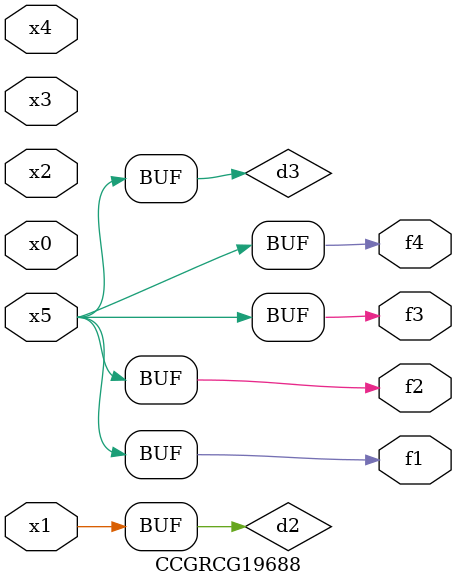
<source format=v>
module CCGRCG19688(
	input x0, x1, x2, x3, x4, x5,
	output f1, f2, f3, f4
);

	wire d1, d2, d3;

	not (d1, x5);
	or (d2, x1);
	xnor (d3, d1);
	assign f1 = d3;
	assign f2 = d3;
	assign f3 = d3;
	assign f4 = d3;
endmodule

</source>
